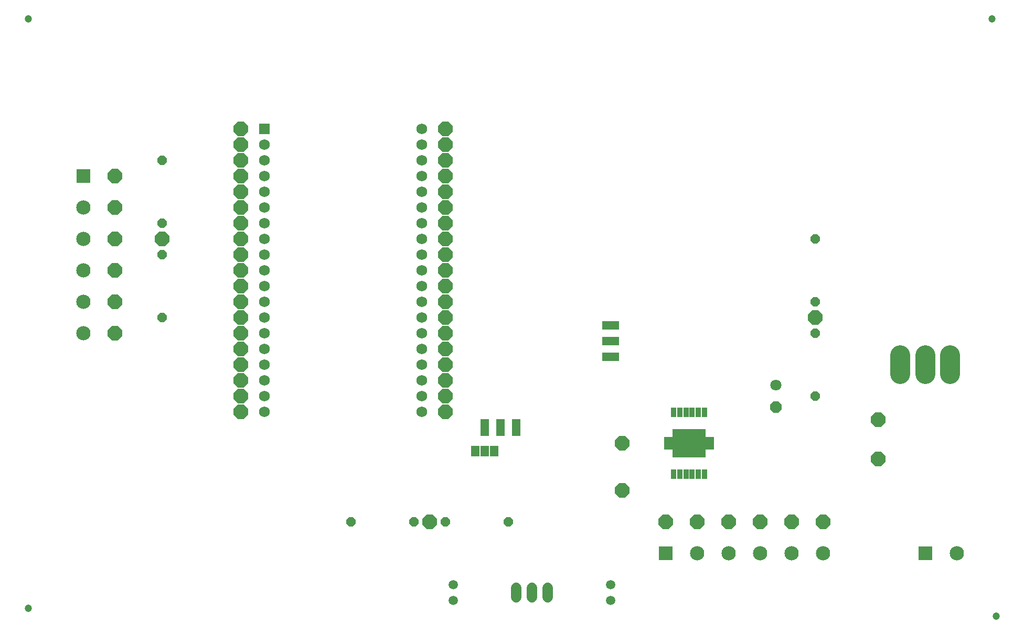
<source format=gbr>
G04 EAGLE Gerber RS-274X export*
G75*
%MOMM*%
%FSLAX34Y34*%
%LPD*%
%INSoldermask Top*%
%IPPOS*%
%AMOC8*
5,1,8,0,0,1.08239X$1,22.5*%
G01*
%ADD10C,1.203200*%
%ADD11C,1.511200*%
%ADD12C,1.803400*%
%ADD13P,1.951982X8X292.500000*%
%ADD14P,2.584314X8X112.500000*%
%ADD15P,2.584314X8X22.500000*%
%ADD16P,2.584314X8X292.500000*%
%ADD17P,2.584314X8X202.500000*%
%ADD18C,1.727200*%
%ADD19R,2.303200X2.303200*%
%ADD20C,2.303200*%
%ADD21P,1.649562X8X292.500000*%
%ADD22P,1.649562X8X22.500000*%
%ADD23C,3.213100*%
%ADD24R,1.371600X1.803400*%
%ADD25R,2.743200X1.473200*%
%ADD26R,1.473200X2.743200*%
%ADD27R,1.733200X1.733200*%
%ADD28C,1.733200*%
%ADD29R,0.853200X1.553200*%

G36*
X1118747Y269087D02*
X1118747Y269087D01*
X1118742Y269094D01*
X1118749Y269100D01*
X1118749Y282051D01*
X1132200Y282051D01*
X1132247Y282087D01*
X1132246Y282088D01*
X1132247Y282089D01*
X1132243Y282095D01*
X1132249Y282100D01*
X1132249Y302100D01*
X1132213Y302147D01*
X1132206Y302142D01*
X1132200Y302149D01*
X1118749Y302149D01*
X1118749Y315100D01*
X1118713Y315147D01*
X1118706Y315142D01*
X1118700Y315149D01*
X1065700Y315149D01*
X1065653Y315113D01*
X1065658Y315106D01*
X1065651Y315100D01*
X1065651Y302149D01*
X1052200Y302149D01*
X1052153Y302113D01*
X1052154Y302112D01*
X1052153Y302111D01*
X1052157Y302105D01*
X1052151Y302100D01*
X1052151Y282100D01*
X1052187Y282053D01*
X1052194Y282058D01*
X1052200Y282051D01*
X1065651Y282051D01*
X1065651Y269100D01*
X1065687Y269053D01*
X1065694Y269058D01*
X1065700Y269051D01*
X1118700Y269051D01*
X1118747Y269087D01*
G37*
D10*
X25400Y977900D03*
X25400Y25400D03*
X1587500Y12700D03*
X1581150Y977900D03*
D11*
X965200Y63500D03*
X965200Y38100D03*
X711200Y63500D03*
X711200Y38100D03*
D12*
X1231900Y386080D03*
D13*
X1231900Y350520D03*
D14*
X1054100Y165100D03*
D15*
X165100Y520700D03*
X698500Y647700D03*
X165100Y571500D03*
D16*
X1397000Y266700D03*
X1397000Y330200D03*
D17*
X241300Y622300D03*
D14*
X673100Y165100D03*
D17*
X1295400Y495300D03*
X368300Y368300D03*
X368300Y393700D03*
X368300Y469900D03*
X368300Y419100D03*
X368300Y444500D03*
X368300Y495300D03*
X368300Y520700D03*
X368300Y546100D03*
X368300Y571500D03*
X368300Y596900D03*
X368300Y622300D03*
X368300Y723900D03*
X368300Y749300D03*
X368300Y342900D03*
X368300Y774700D03*
X368300Y698500D03*
D15*
X698500Y749300D03*
X698500Y723900D03*
X698500Y698500D03*
X698500Y673100D03*
D14*
X1308100Y165100D03*
D15*
X698500Y546100D03*
D14*
X1257300Y165100D03*
D15*
X698500Y520700D03*
D17*
X698500Y495300D03*
X698500Y469900D03*
D15*
X698500Y444500D03*
X698500Y419100D03*
X698500Y393700D03*
X698500Y368300D03*
X698500Y342900D03*
D17*
X368300Y800100D03*
D15*
X165100Y622300D03*
D14*
X1155700Y165100D03*
D15*
X698500Y774700D03*
X698500Y800100D03*
X698500Y622300D03*
X698500Y596900D03*
X698500Y571500D03*
X165100Y723900D03*
D14*
X1206500Y165100D03*
X1104900Y165100D03*
D15*
X165100Y469900D03*
X165100Y673100D03*
D18*
X863600Y58420D02*
X863600Y43180D01*
X838200Y43180D02*
X838200Y58420D01*
X812800Y58420D02*
X812800Y43180D01*
D19*
X1473200Y114300D03*
D20*
X1524000Y114300D03*
D19*
X1054100Y114300D03*
D20*
X1104900Y114300D03*
X1155700Y114300D03*
X1206500Y114300D03*
X1257300Y114300D03*
X1308100Y114300D03*
D19*
X114300Y723900D03*
D20*
X114300Y673100D03*
X114300Y622300D03*
X114300Y571500D03*
X114300Y520700D03*
X114300Y469900D03*
D21*
X241300Y596900D03*
X241300Y495300D03*
X241300Y749300D03*
X241300Y647700D03*
D22*
X698500Y165100D03*
X800100Y165100D03*
X546100Y165100D03*
X647700Y165100D03*
D21*
X1295400Y469900D03*
X1295400Y368300D03*
X1295400Y622300D03*
X1295400Y520700D03*
D23*
X1513332Y434150D02*
X1513332Y404051D01*
X1473200Y404051D02*
X1473200Y434150D01*
X1433068Y434150D02*
X1433068Y404051D01*
D24*
X777240Y279400D03*
X762000Y279400D03*
X746760Y279400D03*
D25*
X965200Y431800D03*
X965200Y457200D03*
X965200Y482600D03*
D26*
X812800Y317500D03*
X787400Y317500D03*
X762000Y317500D03*
D27*
X406400Y800000D03*
D28*
X406400Y774600D03*
X406400Y749200D03*
X406400Y723800D03*
X406400Y698400D03*
X406400Y673000D03*
X406400Y647600D03*
X406400Y622200D03*
X406400Y596800D03*
X406400Y571400D03*
X406400Y546000D03*
X406400Y520600D03*
X406400Y495200D03*
X406400Y469800D03*
X406400Y444400D03*
X406400Y419000D03*
X406400Y393600D03*
X406400Y368200D03*
X406400Y342800D03*
X660400Y342800D03*
X660400Y368200D03*
X660400Y393600D03*
X660400Y419000D03*
X660400Y444400D03*
X660400Y469800D03*
X660400Y495200D03*
X660400Y520600D03*
X660400Y546000D03*
X660400Y571400D03*
X660400Y596800D03*
X660400Y622200D03*
X660400Y647600D03*
X660400Y673000D03*
X660400Y698400D03*
X660400Y723800D03*
X660400Y749200D03*
X660400Y774600D03*
X660400Y800000D03*
D29*
X1117200Y341850D03*
X1107200Y341850D03*
X1097200Y341850D03*
X1087200Y341850D03*
X1077200Y341850D03*
X1067200Y341850D03*
X1067200Y242350D03*
X1077200Y242350D03*
X1087200Y242350D03*
X1097200Y242350D03*
X1107200Y242350D03*
X1117200Y242350D03*
D17*
X368300Y673100D03*
X368300Y647700D03*
X984250Y292100D03*
X984250Y215900D03*
M02*

</source>
